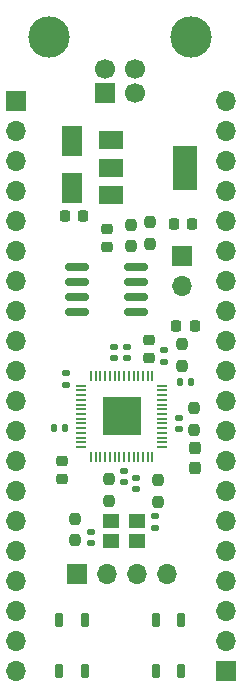
<source format=gbr>
%TF.GenerationSoftware,KiCad,Pcbnew,(6.0.11)*%
%TF.CreationDate,2024-02-23T15:03:39-06:00*%
%TF.ProjectId,PicoAlt,5069636f-416c-4742-9e6b-696361645f70,rev?*%
%TF.SameCoordinates,Original*%
%TF.FileFunction,Soldermask,Top*%
%TF.FilePolarity,Negative*%
%FSLAX46Y46*%
G04 Gerber Fmt 4.6, Leading zero omitted, Abs format (unit mm)*
G04 Created by KiCad (PCBNEW (6.0.11)) date 2024-02-23 15:03:39*
%MOMM*%
%LPD*%
G01*
G04 APERTURE LIST*
G04 Aperture macros list*
%AMRoundRect*
0 Rectangle with rounded corners*
0 $1 Rounding radius*
0 $2 $3 $4 $5 $6 $7 $8 $9 X,Y pos of 4 corners*
0 Add a 4 corners polygon primitive as box body*
4,1,4,$2,$3,$4,$5,$6,$7,$8,$9,$2,$3,0*
0 Add four circle primitives for the rounded corners*
1,1,$1+$1,$2,$3*
1,1,$1+$1,$4,$5*
1,1,$1+$1,$6,$7*
1,1,$1+$1,$8,$9*
0 Add four rect primitives between the rounded corners*
20,1,$1+$1,$2,$3,$4,$5,0*
20,1,$1+$1,$4,$5,$6,$7,0*
20,1,$1+$1,$6,$7,$8,$9,0*
20,1,$1+$1,$8,$9,$2,$3,0*%
G04 Aperture macros list end*
%ADD10RoundRect,0.237500X0.237500X-0.250000X0.237500X0.250000X-0.237500X0.250000X-0.237500X-0.250000X0*%
%ADD11RoundRect,0.237500X0.237500X-0.287500X0.237500X0.287500X-0.237500X0.287500X-0.237500X-0.287500X0*%
%ADD12RoundRect,0.162500X0.162500X-0.437500X0.162500X0.437500X-0.162500X0.437500X-0.162500X-0.437500X0*%
%ADD13R,1.400000X1.200000*%
%ADD14RoundRect,0.140000X0.140000X0.170000X-0.140000X0.170000X-0.140000X-0.170000X0.140000X-0.170000X0*%
%ADD15R,1.700000X1.700000*%
%ADD16C,1.700000*%
%ADD17C,3.500000*%
%ADD18RoundRect,0.237500X-0.237500X0.250000X-0.237500X-0.250000X0.237500X-0.250000X0.237500X0.250000X0*%
%ADD19RoundRect,0.225000X0.225000X0.250000X-0.225000X0.250000X-0.225000X-0.250000X0.225000X-0.250000X0*%
%ADD20RoundRect,0.140000X0.170000X-0.140000X0.170000X0.140000X-0.170000X0.140000X-0.170000X-0.140000X0*%
%ADD21RoundRect,0.225000X0.250000X-0.225000X0.250000X0.225000X-0.250000X0.225000X-0.250000X-0.225000X0*%
%ADD22R,2.000000X1.500000*%
%ADD23R,2.000000X3.800000*%
%ADD24O,1.700000X1.700000*%
%ADD25R,1.800000X2.500000*%
%ADD26RoundRect,0.140000X-0.140000X-0.170000X0.140000X-0.170000X0.140000X0.170000X-0.140000X0.170000X0*%
%ADD27RoundRect,0.225000X-0.225000X-0.250000X0.225000X-0.250000X0.225000X0.250000X-0.225000X0.250000X0*%
%ADD28RoundRect,0.150000X-0.825000X-0.150000X0.825000X-0.150000X0.825000X0.150000X-0.825000X0.150000X0*%
%ADD29RoundRect,0.140000X-0.170000X0.140000X-0.170000X-0.140000X0.170000X-0.140000X0.170000X0.140000X0*%
%ADD30RoundRect,0.050000X-0.387500X-0.050000X0.387500X-0.050000X0.387500X0.050000X-0.387500X0.050000X0*%
%ADD31RoundRect,0.050000X-0.050000X-0.387500X0.050000X-0.387500X0.050000X0.387500X-0.050000X0.387500X0*%
%ADD32R,3.200000X3.200000*%
%ADD33RoundRect,0.225000X-0.250000X0.225000X-0.250000X-0.225000X0.250000X-0.225000X0.250000X0.225000X0*%
G04 APERTURE END LIST*
D10*
%TO.C,R1*%
X154820000Y-104707500D03*
X154820000Y-106532500D03*
%TD*%
D11*
%TO.C,D1*%
X154860000Y-109825000D03*
X154860000Y-108075000D03*
%TD*%
D12*
%TO.C,SW2*%
X143375000Y-126960000D03*
X143375000Y-122660000D03*
X145525000Y-126960000D03*
X145525000Y-122660000D03*
%TD*%
%TO.C,SW1*%
X151565000Y-126970000D03*
X151565000Y-122670000D03*
X153715000Y-126970000D03*
X153715000Y-122670000D03*
%TD*%
D13*
%TO.C,Y1*%
X147720000Y-115960000D03*
X149920000Y-115960000D03*
X149920000Y-114260000D03*
X147720000Y-114260000D03*
%TD*%
D14*
%TO.C,C13*%
X143870000Y-106430000D03*
X142910000Y-106430000D03*
%TD*%
D15*
%TO.C,J2*%
X147290000Y-78040000D03*
D16*
X149790000Y-78040000D03*
X149790000Y-76040000D03*
X147290000Y-76040000D03*
D17*
X154560000Y-73330000D03*
X142520000Y-73330000D03*
%TD*%
D18*
%TO.C,R9*%
X144730000Y-114067500D03*
X144730000Y-115892500D03*
%TD*%
D19*
%TO.C,C12*%
X154635000Y-89130000D03*
X153085000Y-89130000D03*
%TD*%
D10*
%TO.C,R3*%
X151040000Y-90802500D03*
X151040000Y-88977500D03*
%TD*%
D20*
%TO.C,C1*%
X149080000Y-100490000D03*
X149080000Y-99530000D03*
%TD*%
D21*
%TO.C,C10*%
X150990000Y-100475000D03*
X150990000Y-98925000D03*
%TD*%
D18*
%TO.C,R6*%
X151720000Y-110817500D03*
X151720000Y-112642500D03*
%TD*%
D22*
%TO.C,U1*%
X147730000Y-82050000D03*
X147730000Y-84350000D03*
D23*
X154030000Y-84350000D03*
D22*
X147730000Y-86650000D03*
%TD*%
D15*
%TO.C,J3*%
X144850000Y-118740000D03*
D24*
X147390000Y-118740000D03*
X149930000Y-118740000D03*
X152470000Y-118740000D03*
%TD*%
D19*
%TO.C,C4*%
X145385000Y-88470000D03*
X143835000Y-88470000D03*
%TD*%
D25*
%TO.C,D2*%
X144500000Y-86070000D03*
X144500000Y-82070000D03*
%TD*%
D18*
%TO.C,R7*%
X153790000Y-99327500D03*
X153790000Y-101152500D03*
%TD*%
D10*
%TO.C,R5*%
X147590000Y-112562500D03*
X147590000Y-110737500D03*
%TD*%
D26*
%TO.C,C8*%
X153570000Y-102530000D03*
X154530000Y-102530000D03*
%TD*%
D21*
%TO.C,C15*%
X147450000Y-91065000D03*
X147450000Y-89515000D03*
%TD*%
D27*
%TO.C,C18*%
X153285000Y-97790000D03*
X154835000Y-97790000D03*
%TD*%
D15*
%TO.C,JP1*%
X153740000Y-91850000D03*
D24*
X153740000Y-94390000D03*
%TD*%
D28*
%TO.C,U2*%
X144915000Y-92765000D03*
X144915000Y-94035000D03*
X144915000Y-95305000D03*
X144915000Y-96575000D03*
X149865000Y-96575000D03*
X149865000Y-95305000D03*
X149865000Y-94035000D03*
X149865000Y-92765000D03*
%TD*%
D15*
%TO.C,J5*%
X157480000Y-127000000D03*
D24*
X157480000Y-124460000D03*
X157480000Y-121920000D03*
X157480000Y-119380000D03*
X157480000Y-116840000D03*
X157480000Y-114300000D03*
X157480000Y-111760000D03*
X157480000Y-109220000D03*
X157480000Y-106680000D03*
X157480000Y-104140000D03*
X157480000Y-101600000D03*
X157480000Y-99060000D03*
X157480000Y-96520000D03*
X157480000Y-93980000D03*
X157480000Y-91440000D03*
X157480000Y-88900000D03*
X157480000Y-86360000D03*
X157480000Y-83820000D03*
X157480000Y-81280000D03*
X157480000Y-78740000D03*
%TD*%
D18*
%TO.C,R4*%
X149420000Y-89197500D03*
X149420000Y-91022500D03*
%TD*%
D29*
%TO.C,C16*%
X146060000Y-115170000D03*
X146060000Y-116130000D03*
%TD*%
D30*
%TO.C,U3*%
X145232500Y-102810000D03*
X145232500Y-103210000D03*
X145232500Y-103610000D03*
X145232500Y-104010000D03*
X145232500Y-104410000D03*
X145232500Y-104810000D03*
X145232500Y-105210000D03*
X145232500Y-105610000D03*
X145232500Y-106010000D03*
X145232500Y-106410000D03*
X145232500Y-106810000D03*
X145232500Y-107210000D03*
X145232500Y-107610000D03*
X145232500Y-108010000D03*
D31*
X146070000Y-108847500D03*
X146470000Y-108847500D03*
X146870000Y-108847500D03*
X147270000Y-108847500D03*
X147670000Y-108847500D03*
X148070000Y-108847500D03*
X148470000Y-108847500D03*
X148870000Y-108847500D03*
X149270000Y-108847500D03*
X149670000Y-108847500D03*
X150070000Y-108847500D03*
X150470000Y-108847500D03*
X150870000Y-108847500D03*
X151270000Y-108847500D03*
D30*
X152107500Y-108010000D03*
X152107500Y-107610000D03*
X152107500Y-107210000D03*
X152107500Y-106810000D03*
X152107500Y-106410000D03*
X152107500Y-106010000D03*
X152107500Y-105610000D03*
X152107500Y-105210000D03*
X152107500Y-104810000D03*
X152107500Y-104410000D03*
X152107500Y-104010000D03*
X152107500Y-103610000D03*
X152107500Y-103210000D03*
X152107500Y-102810000D03*
D31*
X151270000Y-101972500D03*
X150870000Y-101972500D03*
X150470000Y-101972500D03*
X150070000Y-101972500D03*
X149670000Y-101972500D03*
X149270000Y-101972500D03*
X148870000Y-101972500D03*
X148470000Y-101972500D03*
X148070000Y-101972500D03*
X147670000Y-101972500D03*
X147270000Y-101972500D03*
X146870000Y-101972500D03*
X146470000Y-101972500D03*
X146070000Y-101972500D03*
D32*
X148670000Y-105410000D03*
%TD*%
D20*
%TO.C,C2*%
X143960000Y-102720000D03*
X143960000Y-101760000D03*
%TD*%
%TO.C,C3*%
X148050000Y-100470000D03*
X148050000Y-99510000D03*
%TD*%
D29*
%TO.C,C9*%
X148850000Y-110040000D03*
X148850000Y-111000000D03*
%TD*%
D33*
%TO.C,C5*%
X143600000Y-109155000D03*
X143600000Y-110705000D03*
%TD*%
D20*
%TO.C,C11*%
X153500000Y-105550000D03*
X153500000Y-106510000D03*
%TD*%
%TO.C,C17*%
X151500000Y-114840000D03*
X151500000Y-113880000D03*
%TD*%
D29*
%TO.C,C7*%
X149900000Y-110620000D03*
X149900000Y-111580000D03*
%TD*%
D15*
%TO.C,J4*%
X139700000Y-78740000D03*
D24*
X139700000Y-81280000D03*
X139700000Y-83820000D03*
X139700000Y-86360000D03*
X139700000Y-88900000D03*
X139700000Y-91440000D03*
X139700000Y-93980000D03*
X139700000Y-96520000D03*
X139700000Y-99060000D03*
X139700000Y-101600000D03*
X139700000Y-104140000D03*
X139700000Y-106680000D03*
X139700000Y-109220000D03*
X139700000Y-111760000D03*
X139700000Y-114300000D03*
X139700000Y-116840000D03*
X139700000Y-119380000D03*
X139700000Y-121920000D03*
X139700000Y-124460000D03*
X139700000Y-127000000D03*
%TD*%
D20*
%TO.C,C6*%
X152270000Y-100780000D03*
X152270000Y-99820000D03*
%TD*%
M02*

</source>
